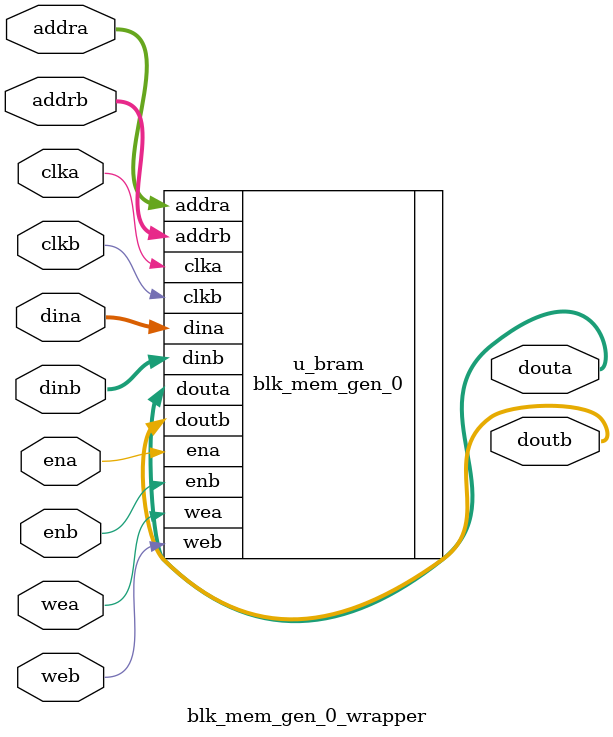
<source format=sv>
`timescale 1ns / 1ps


//===========================================================
// Dual-Port BRAM Wrapper for blk_mem_gen_0
// Port A: Instruction Memory (read-only)
// Port B: Data Memory (read/write)
//===========================================================
`timescale 1ns/1ps
module blk_mem_gen_0_wrapper (
    // Port A (Instruction Memory)
    input  wire         clka,
    input  wire         ena,
    input  wire         wea,
    input  wire [9:0]   addra,   // 1024 words → 10-bit address
    input  wire [31:0]  dina,
    output wire [31:0]  douta,

    // Port B (Data Memory)
    input  wire         clkb,
    input  wire         enb,
    input  wire         web,
    input  wire [9:0]   addrb,
    input  wire [31:0]  dinb,
    output wire [31:0]  doutb
);

    //=======================================================
    // Instantiate the Xilinx Block Memory Generator IP
    //=======================================================
    blk_mem_gen_0 u_bram (
        // Port A
        .clka(clka),
        .ena(ena),
        .wea(wea),
        .addra(addra),
        .dina(dina),
        .douta(douta),

        // Port B
        .clkb(clkb),
        .enb(enb),
        .web(web),
        .addrb(addrb),
        .dinb(dinb),
        .doutb(doutb)
    );

endmodule


</source>
